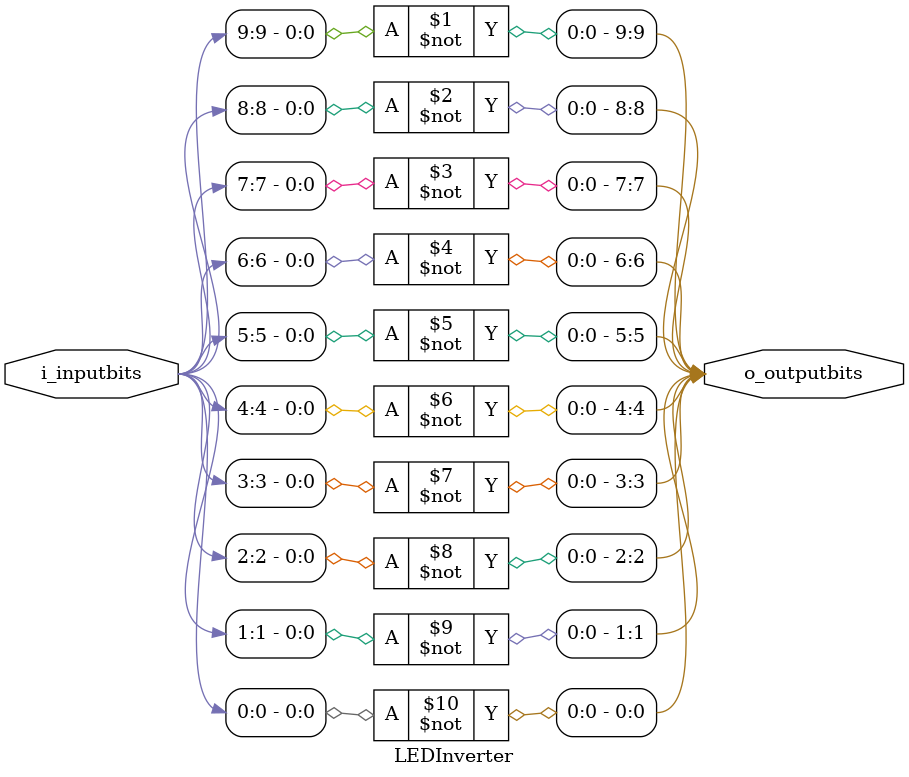
<source format=sv>
module LEDInverter (
       i_inputbits,
		 o_outputbits
       );
		 
   input [9:0] i_inputbits;
   output logic [9:0] o_outputbits;
	
	
   
	//assign outputbits = ~inputbits;
	
   assign o_outputbits[9] = ~i_inputbits[9];		 
   assign o_outputbits[8] = ~i_inputbits[8];		 
   assign o_outputbits[7] = ~i_inputbits[7];		 
   assign o_outputbits[6] = ~i_inputbits[6];		 
   assign o_outputbits[5] = ~i_inputbits[5];		 
   assign o_outputbits[4] = ~i_inputbits[4];		 
   assign o_outputbits[3] = ~i_inputbits[3];		 
   assign o_outputbits[2] = ~i_inputbits[2];		 
   assign o_outputbits[1] = ~i_inputbits[1];		 
   assign o_outputbits[0] = ~i_inputbits[0];
	
		
endmodule
</source>
